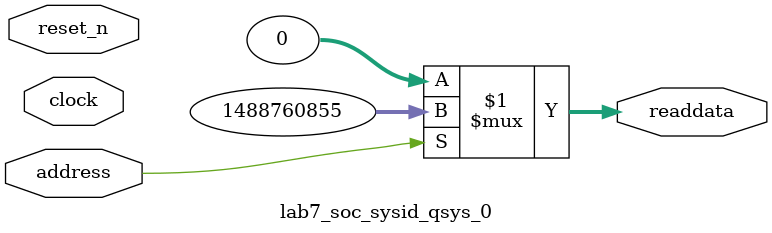
<source format=v>

`timescale 1ns / 1ps
// synthesis translate_on

// turn off superfluous verilog processor warnings 
// altera message_level Level1 
// altera message_off 10034 10035 10036 10037 10230 10240 10030 

module lab7_soc_sysid_qsys_0 (
               // inputs:
                address,
                clock,
                reset_n,

               // outputs:
                readdata
             )
;

  output  [ 31: 0] readdata;
  input            address;
  input            clock;
  input            reset_n;

  wire    [ 31: 0] readdata;
  //control_slave, which is an e_avalon_slave
  assign readdata = address ? 1488760855 : 0;

endmodule




</source>
